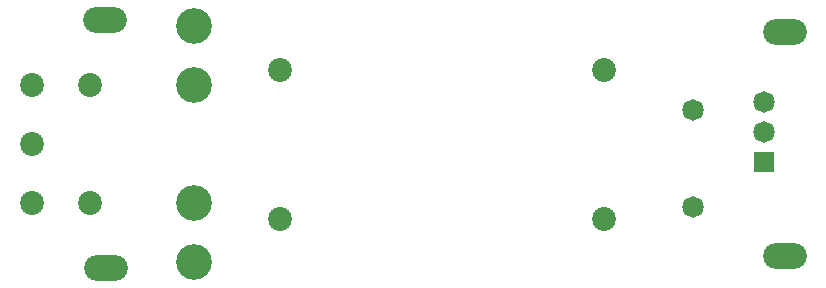
<source format=gts>
G04*
G04 #@! TF.GenerationSoftware,Altium Limited,Altium Designer,22.10.1 (41)*
G04*
G04 Layer_Color=8388736*
%FSLAX44Y44*%
%MOMM*%
G71*
G04*
G04 #@! TF.SameCoordinates,AEFCC64F-A21F-44B2-B13A-618CF61525BC*
G04*
G04*
G04 #@! TF.FilePolarity,Negative*
G04*
G01*
G75*
%ADD12R,1.8200X1.8200*%
%ADD13C,1.8200*%
%ADD14O,3.7032X2.2032*%
%ADD15C,2.0200*%
%ADD16C,3.0200*%
D12*
X652600Y109700D02*
D03*
D13*
Y135100D02*
D03*
Y160500D02*
D03*
X592400Y153700D02*
D03*
Y71700D02*
D03*
D14*
X670000Y220000D02*
D03*
Y30000D02*
D03*
X95300Y20000D02*
D03*
X95000Y230000D02*
D03*
D15*
X242500Y188000D02*
D03*
X517500D02*
D03*
X82000Y75100D02*
D03*
Y175100D02*
D03*
X32500D02*
D03*
Y75100D02*
D03*
Y125100D02*
D03*
X242500Y62000D02*
D03*
X517500D02*
D03*
D16*
X170000Y25000D02*
D03*
Y225000D02*
D03*
Y75000D02*
D03*
Y175000D02*
D03*
M02*

</source>
